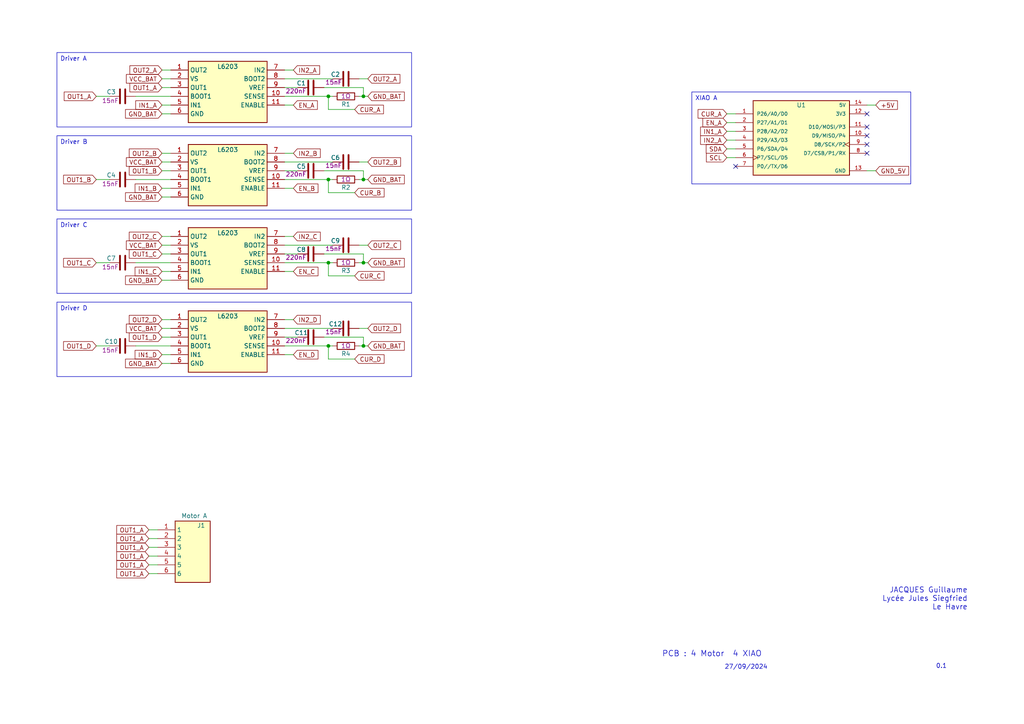
<source format=kicad_sch>
(kicad_sch (version 20231120) (generator "eeschema") (generator_version "8.0")
  (paper "A4")
  (lib_symbols
    (symbol "6header_angle:22-28-8063"
      (property "Reference" "J" (at 16.51 7.62 0))
      (property "Value" "22-28-8063" (at 16.51 5.08 0))
      (symbol "22-28-8063_1_1"
        (rectangle (start 5.08 2.54) (end 15.24 -15.24) (stroke (width 0.254)) (fill (type background)))
        (pin passive line (at 0 0 0) (length 5.08) (name "1") (number "1"))
        (pin passive line (at 0 -2.54 0) (length 5.08) (name "2") (number "2"))
        (pin passive line (at 0 -5.08 0) (length 5.08) (name "3") (number "3"))
        (pin passive line (at 0 -7.62 0) (length 5.08) (name "4") (number "4"))
        (pin passive line (at 0 -10.16 0) (length 5.08) (name "5") (number "5"))
        (pin passive line (at 0 -12.7 0) (length 5.08) (name "6") (number "6"))
      )
    )
    (symbol "Device:C" (pin_numbers hide) (pin_names (offset 0.254))
      (property "Reference" "C" (at 0.635 2.54 0))
      (property "Value" "C" (at 0.635 -2.54 0))
      (symbol "C_0_1"
        (polyline (pts (xy -2.032 -0.762) (xy 2.032 -0.762)) (stroke (width 0.508)))
        (polyline (pts (xy -2.032 0.762) (xy 2.032 0.762)) (stroke (width 0.508)))
      )
      (symbol "C_1_1"
        (pin passive line (at 0 3.81 270) (length 2.794) (name "~") (number "1"))
        (pin passive line (at 0 -3.81 90) (length 2.794) (name "~") (number "2"))
      )
    )
    (symbol "Device:R" (pin_numbers hide) (pin_names (offset 0))
      (property "Reference" "R" (at 2.032 0 90))
      (property "Value" "R" (at 0 0 90))
      (symbol "R_0_1"
        (rectangle (start -1.016 -2.54) (end 1.016 2.54) (stroke (width 0.254)))
      )
      (symbol "R_1_1"
        (pin passive line (at 0 3.81 270) (length 1.27) (name "~") (number "1"))
        (pin passive line (at 0 -3.81 90) (length 1.27) (name "~") (number "2"))
      )
    )
    (symbol "L6203:L6203"
      (property "Reference" "IC" (at 29.21 7.62 0))
      (property "Value" "L6203" (at 29.21 5.08 0))
      (symbol "L6203_1_1"
        (rectangle (start 5.08 2.54) (end 27.94 -15.24) (stroke (width 0.254)) (fill (type background)))
        (pin passive line (at 0 0 0) (length 5.08) (name "OUT2") (number "1"))
        (pin passive line (at 33.02 -7.62 180) (length 5.08) (name "SENSE") (number "10"))
        (pin passive line (at 33.02 -10.16 180) (length 5.08) (name "ENABLE") (number "11"))
        (pin passive line (at 0 -2.54 0) (length 5.08) (name "VS") (number "2"))
        (pin passive line (at 0 -5.08 0) (length 5.08) (name "OUT1") (number "3"))
        (pin passive line (at 0 -7.62 0) (length 5.08) (name "BOOT1") (number "4"))
        (pin passive line (at 0 -10.16 0) (length 5.08) (name "IN1") (number "5"))
        (pin passive line (at 0 -12.7 0) (length 5.08) (name "GND") (number "6"))
        (pin passive line (at 33.02 0 180) (length 5.08) (name "IN2") (number "7"))
        (pin passive line (at 33.02 -2.54 180) (length 5.08) (name "BOOT2") (number "8"))
        (pin passive line (at 33.02 -5.08 180) (length 5.08) (name "VREF") (number "9"))
      )
    )
    (symbol "XIAO_RP2040:102010428" (pin_names (offset 1.016))
      (property "Reference" "U" (at -1.778 11.938 0))
      (property "Value" "102010428" (at -5.334 -12.446 0))
      (symbol "102010428_0_0"
        (rectangle (start -13.97 11.43) (end 13.97 -10.16) (stroke (width 0.254)) (fill (type background)))
        (pin bidirectional line (at -19.05 7.62 0) (length 5.08) (name "P26/A0/D0") (number "1"))
        (pin bidirectional line (at 19.05 1.27 180) (length 5.08) (name "D9/MISO/P4") (number "10"))
        (pin bidirectional line (at 19.05 3.81 180) (length 5.08) (name "D10/MOSI/P3") (number "11"))
        (pin power_in line (at 19.05 7.62 180) (length 5.08) (name "3V3") (number "12"))
        (pin power_in line (at 19.05 -8.89 180) (length 5.08) (name "GND") (number "13"))
        (pin power_in line (at 19.05 10.16 180) (length 5.08) (name "5V") (number "14"))
        (pin bidirectional line (at -19.05 5.08 0) (length 5.08) (name "P27/A1/D1") (number "2"))
        (pin bidirectional line (at -19.05 2.54 0) (length 5.08) (name "P28/A2/D2") (number "3"))
        (pin bidirectional line (at -19.05 0 0) (length 5.08) (name "P29/A3/D3") (number "4"))
        (pin bidirectional line (at -19.05 -2.54 0) (length 5.08) (name "P6/SDA/D4") (number "5"))
        (pin bidirectional clock (at -19.05 -5.08 0) (length 5.08) (name "P7/SCL/D5") (number "6"))
        (pin bidirectional line (at -19.05 -7.62 0) (length 5.08) (name "P0//TX/D6") (number "7"))
        (pin bidirectional line (at 19.05 -3.81 180) (length 5.08) (name "D7/CSB/P1/RX") (number "8"))
        (pin bidirectional clock (at 19.05 -1.27 180) (length 5.08) (name "D8/SCK/P2") (number "9"))
      )
    )
  )
  (junction (at 105.41 76.2))
  (junction (at 105.41 100.33))
  (junction (at 105.41 52.07))
  (junction (at 95.25 27.94))
  (junction (at 95.25 100.33))
  (junction (at 95.25 52.07))
  (junction (at 95.25 76.2))
  (junction (at 105.41 27.94))
  (no_connect (at 213.36 48.26))
  (no_connect (at 251.46 39.37))
  (no_connect (at 251.46 44.45))
  (no_connect (at 251.46 36.83))
  (no_connect (at 251.46 33.02))
  (no_connect (at 251.46 41.91))
  (wire (pts (xy 46.99 46.99) (xy 49.53 46.99)))
  (wire (pts (xy 82.55 22.86) (xy 96.52 22.86)))
  (wire (pts (xy 46.99 25.4) (xy 49.53 25.4)))
  (wire (pts (xy 82.55 71.12) (xy 96.52 71.12)))
  (wire (pts (xy 105.41 76.2) (xy 106.68 76.2)))
  (wire (pts (xy 95.25 80.01) (xy 95.25 76.2)))
  (wire (pts (xy 46.99 71.12) (xy 49.53 71.12)))
  (wire (pts (xy 105.41 97.79) (xy 105.41 100.33)))
  (wire (pts (xy 43.18 158.75) (xy 45.72 158.75)))
  (wire (pts (xy 104.14 27.94) (xy 105.41 27.94)))
  (wire (pts (xy 39.37 27.94) (xy 49.53 27.94)))
  (wire (pts (xy 93.98 25.4) (xy 105.41 25.4)))
  (wire (pts (xy 210.82 43.18) (xy 213.36 43.18)))
  (wire (pts (xy 27.94 100.33) (xy 31.75 100.33)))
  (wire (pts (xy 104.14 22.86) (xy 106.68 22.86)))
  (wire (pts (xy 82.55 95.25) (xy 96.52 95.25)))
  (wire (pts (xy 93.98 97.79) (xy 105.41 97.79)))
  (wire (pts (xy 105.41 25.4) (xy 105.41 27.94)))
  (wire (pts (xy 104.14 71.12) (xy 106.68 71.12)))
  (wire (pts (xy 46.99 78.74) (xy 49.53 78.74)))
  (wire (pts (xy 82.55 73.66) (xy 86.36 73.66)))
  (wire (pts (xy 46.99 22.86) (xy 49.53 22.86)))
  (wire (pts (xy 105.41 49.53) (xy 105.41 52.07)))
  (wire (pts (xy 102.87 104.14) (xy 95.25 104.14)))
  (wire (pts (xy 39.37 76.2) (xy 49.53 76.2)))
  (wire (pts (xy 82.55 30.48) (xy 85.09 30.48)))
  (wire (pts (xy 82.55 27.94) (xy 95.25 27.94)))
  (wire (pts (xy 210.82 33.02) (xy 213.36 33.02)))
  (wire (pts (xy 39.37 52.07) (xy 49.53 52.07)))
  (wire (pts (xy 46.99 105.41) (xy 49.53 105.41)))
  (wire (pts (xy 105.41 100.33) (xy 106.68 100.33)))
  (wire (pts (xy 82.55 92.71) (xy 85.09 92.71)))
  (wire (pts (xy 46.99 95.25) (xy 49.53 95.25)))
  (wire (pts (xy 210.82 38.1) (xy 213.36 38.1)))
  (wire (pts (xy 102.87 80.01) (xy 95.25 80.01)))
  (wire (pts (xy 82.55 68.58) (xy 85.09 68.58)))
  (wire (pts (xy 82.55 78.74) (xy 85.09 78.74)))
  (wire (pts (xy 95.25 76.2) (xy 96.52 76.2)))
  (wire (pts (xy 43.18 153.67) (xy 45.72 153.67)))
  (wire (pts (xy 46.99 102.87) (xy 49.53 102.87)))
  (wire (pts (xy 102.87 31.75) (xy 95.25 31.75)))
  (wire (pts (xy 210.82 35.56) (xy 213.36 35.56)))
  (wire (pts (xy 46.99 73.66) (xy 49.53 73.66)))
  (wire (pts (xy 104.14 100.33) (xy 105.41 100.33)))
  (wire (pts (xy 95.25 27.94) (xy 96.52 27.94)))
  (wire (pts (xy 93.98 49.53) (xy 105.41 49.53)))
  (wire (pts (xy 102.87 55.88) (xy 95.25 55.88)))
  (wire (pts (xy 46.99 30.48) (xy 49.53 30.48)))
  (wire (pts (xy 46.99 92.71) (xy 49.53 92.71)))
  (wire (pts (xy 82.55 102.87) (xy 85.09 102.87)))
  (wire (pts (xy 95.25 100.33) (xy 96.52 100.33)))
  (wire (pts (xy 105.41 27.94) (xy 106.68 27.94)))
  (wire (pts (xy 82.55 44.45) (xy 85.09 44.45)))
  (wire (pts (xy 104.14 46.99) (xy 106.68 46.99)))
  (wire (pts (xy 46.99 33.02) (xy 49.53 33.02)))
  (wire (pts (xy 82.55 54.61) (xy 85.09 54.61)))
  (wire (pts (xy 93.98 73.66) (xy 105.41 73.66)))
  (wire (pts (xy 43.18 161.29) (xy 45.72 161.29)))
  (wire (pts (xy 95.25 52.07) (xy 96.52 52.07)))
  (wire (pts (xy 46.99 20.32) (xy 49.53 20.32)))
  (wire (pts (xy 39.37 100.33) (xy 49.53 100.33)))
  (wire (pts (xy 82.55 49.53) (xy 86.36 49.53)))
  (wire (pts (xy 104.14 76.2) (xy 105.41 76.2)))
  (wire (pts (xy 251.46 30.48) (xy 254 30.48)))
  (wire (pts (xy 46.99 44.45) (xy 49.53 44.45)))
  (wire (pts (xy 95.25 31.75) (xy 95.25 27.94)))
  (wire (pts (xy 82.55 97.79) (xy 86.36 97.79)))
  (wire (pts (xy 46.99 57.15) (xy 49.53 57.15)))
  (wire (pts (xy 82.55 46.99) (xy 96.52 46.99)))
  (wire (pts (xy 105.41 73.66) (xy 105.41 76.2)))
  (wire (pts (xy 27.94 27.94) (xy 31.75 27.94)))
  (wire (pts (xy 210.82 40.64) (xy 213.36 40.64)))
  (wire (pts (xy 251.46 49.53) (xy 254 49.53)))
  (wire (pts (xy 105.41 52.07) (xy 106.68 52.07)))
  (wire (pts (xy 95.25 104.14) (xy 95.25 100.33)))
  (wire (pts (xy 82.55 52.07) (xy 95.25 52.07)))
  (wire (pts (xy 210.82 45.72) (xy 213.36 45.72)))
  (wire (pts (xy 104.14 52.07) (xy 105.41 52.07)))
  (wire (pts (xy 46.99 54.61) (xy 49.53 54.61)))
  (wire (pts (xy 46.99 81.28) (xy 49.53 81.28)))
  (wire (pts (xy 46.99 97.79) (xy 49.53 97.79)))
  (wire (pts (xy 27.94 76.2) (xy 31.75 76.2)))
  (wire (pts (xy 82.55 76.2) (xy 95.25 76.2)))
  (wire (pts (xy 46.99 49.53) (xy 49.53 49.53)))
  (wire (pts (xy 82.55 100.33) (xy 95.25 100.33)))
  (wire (pts (xy 27.94 52.07) (xy 31.75 52.07)))
  (wire (pts (xy 43.18 156.21) (xy 45.72 156.21)))
  (wire (pts (xy 104.14 95.25) (xy 106.68 95.25)))
  (wire (pts (xy 43.18 166.37) (xy 45.72 166.37)))
  (wire (pts (xy 82.55 20.32) (xy 85.09 20.32)))
  (wire (pts (xy 95.25 55.88) (xy 95.25 52.07)))
  (wire (pts (xy 82.55 25.4) (xy 86.36 25.4)))
  (wire (pts (xy 43.18 163.83) (xy 45.72 163.83)))
  (wire (pts (xy 46.99 68.58) (xy 49.53 68.58)))
  (text_box "Driver C" (at 16.51 63.5 0) (size 102.87 21.59) (effects (font (size 1.27 1.27)) (justify left top)))
  (text_box "Driver B" (at 16.51 39.37 0) (size 102.87 21.59) (effects (font (size 1.27 1.27)) (justify left top)))
  (text_box "Driver D" (at 16.51 87.63 0) (size 102.87 21.59) (effects (font (size 1.27 1.27)) (justify left top)))
  (text_box "Driver A" (at 16.51 15.24 0) (size 102.87 21.59) (effects (font (size 1.27 1.27)) (justify left top)))
  (text_box "XIAO A" (at 200.66 26.67 0) (size 63.5 26.67) (effects (font (size 1.27 1.27)) (justify left top)))
  (text "0.1" (at 273.05 193.294 0) (effects (font (size 1.27 1.27))))
  (text "JACQUES Guillaume\nLycée Jules Siegfried\nLe Havre" (at 280.67 173.736 0) (effects (font (size 1.524 1.524)) (justify right)))
  (text "PCB : 4 Motor  4 XIAO" (at 206.502 189.738 0) (effects (font (size 1.651 1.651))))
  (text "27/09/2024" (at 216.408 193.548 0) (effects (font (size 1.27 1.27))))
  (global_label "+5V" (shape input) (at 254 30.48 0) (property "Intersheetrefs" "${INTERSHEET_REFS}" (effects (hide yes))))
  (global_label "EN_A" (shape input) (at 85.09 30.48 0) (property "Intersheetrefs" "${INTERSHEET_REFS}" (effects (hide yes))))
  (global_label "OUT1_C" (shape input) (at 46.99 73.66 180) (property "Intersheetrefs" "${INTERSHEET_REFS}" (effects (hide yes))))
  (global_label "CUR_A" (shape input) (at 102.87 31.75 0) (property "Intersheetrefs" "${INTERSHEET_REFS}" (effects (hide yes))))
  (global_label "EN_C" (shape input) (at 85.09 78.74 0) (property "Intersheetrefs" "${INTERSHEET_REFS}" (effects (hide yes))))
  (global_label "CUR_A" (shape input) (at 210.82 33.02 180) (property "Intersheetrefs" "${INTERSHEET_REFS}" (effects (hide yes))))
  (global_label "SDA" (shape input) (at 210.82 43.18 180) (property "Intersheetrefs" "${INTERSHEET_REFS}" (effects (hide yes))))
  (global_label "OUT1_A" (shape input) (at 43.18 163.83 180) (property "Intersheetrefs" "${INTERSHEET_REFS}" (effects (hide yes))))
  (global_label "OUT1_A" (shape input) (at 43.18 158.75 180) (property "Intersheetrefs" "${INTERSHEET_REFS}" (effects (hide yes))))
  (global_label "OUT2_C" (shape input) (at 106.68 71.12 0) (property "Intersheetrefs" "${INTERSHEET_REFS}" (effects (hide yes))))
  (global_label "OUT2_B" (shape input) (at 106.68 46.99 0) (property "Intersheetrefs" "${INTERSHEET_REFS}" (effects (hide yes))))
  (global_label "OUT2_B" (shape input) (at 46.99 44.45 180) (property "Intersheetrefs" "${INTERSHEET_REFS}" (effects (hide yes))))
  (global_label "IN1_B" (shape input) (at 46.99 54.61 180) (property "Intersheetrefs" "${INTERSHEET_REFS}" (effects (hide yes))))
  (global_label "OUT2_D" (shape input) (at 106.68 95.25 0) (property "Intersheetrefs" "${INTERSHEET_REFS}" (effects (hide yes))))
  (global_label "GND_BAT" (shape input) (at 106.68 27.94 0) (property "Intersheetrefs" "${INTERSHEET_REFS}" (effects (hide yes))))
  (global_label "GND_5V" (shape input) (at 254 49.53 0) (property "Intersheetrefs" "${INTERSHEET_REFS}" (effects (hide yes))))
  (global_label "VCC_BAT" (shape input) (at 46.99 22.86 180) (property "Intersheetrefs" "${INTERSHEET_REFS}" (effects (hide yes))))
  (global_label "OUT1_C" (shape input) (at 27.94 76.2 180) (property "Intersheetrefs" "${INTERSHEET_REFS}" (effects (hide yes))))
  (global_label "OUT1_A" (shape input) (at 43.18 166.37 180) (property "Intersheetrefs" "${INTERSHEET_REFS}" (effects (hide yes))))
  (global_label "GND_BAT" (shape input) (at 106.68 76.2 0) (property "Intersheetrefs" "${INTERSHEET_REFS}" (effects (hide yes))))
  (global_label "GND_BAT" (shape input) (at 46.99 105.41 180) (property "Intersheetrefs" "${INTERSHEET_REFS}" (effects (hide yes))))
  (global_label "OUT1_A" (shape input) (at 46.99 25.4 180) (property "Intersheetrefs" "${INTERSHEET_REFS}" (effects (hide yes))))
  (global_label "CUR_D" (shape input) (at 102.87 104.14 0) (property "Intersheetrefs" "${INTERSHEET_REFS}" (effects (hide yes))))
  (global_label "IN1_C" (shape input) (at 46.99 78.74 180) (property "Intersheetrefs" "${INTERSHEET_REFS}" (effects (hide yes))))
  (global_label "OUT1_B" (shape input) (at 27.94 52.07 180) (property "Intersheetrefs" "${INTERSHEET_REFS}" (effects (hide yes))))
  (global_label "OUT1_D" (shape input) (at 27.94 100.33 180) (property "Intersheetrefs" "${INTERSHEET_REFS}" (effects (hide yes))))
  (global_label "OUT1_A" (shape input) (at 43.18 153.67 180) (property "Intersheetrefs" "${INTERSHEET_REFS}" (effects (hide yes))))
  (global_label "EN_B" (shape input) (at 85.09 54.61 0) (property "Intersheetrefs" "${INTERSHEET_REFS}" (effects (hide yes))))
  (global_label "OUT2_A" (shape input) (at 106.68 22.86 0) (property "Intersheetrefs" "${INTERSHEET_REFS}" (effects (hide yes))))
  (global_label "IN2_D" (shape input) (at 85.09 92.71 0) (property "Intersheetrefs" "${INTERSHEET_REFS}" (effects (hide yes))))
  (global_label "OUT1_A" (shape input) (at 43.18 161.29 180) (property "Intersheetrefs" "${INTERSHEET_REFS}" (effects (hide yes))))
  (global_label "OUT2_C" (shape input) (at 46.99 68.58 180) (property "Intersheetrefs" "${INTERSHEET_REFS}" (effects (hide yes))))
  (global_label "OUT1_B" (shape input) (at 46.99 49.53 180) (property "Intersheetrefs" "${INTERSHEET_REFS}" (effects (hide yes))))
  (global_label "GND_BAT" (shape input) (at 106.68 52.07 0) (property "Intersheetrefs" "${INTERSHEET_REFS}" (effects (hide yes))))
  (global_label "OUT1_A" (shape input) (at 43.18 156.21 180) (property "Intersheetrefs" "${INTERSHEET_REFS}" (effects (hide yes))))
  (global_label "EN_D" (shape input) (at 85.09 102.87 0) (property "Intersheetrefs" "${INTERSHEET_REFS}" (effects (hide yes))))
  (global_label "GND_BAT" (shape input) (at 46.99 57.15 180) (property "Intersheetrefs" "${INTERSHEET_REFS}" (effects (hide yes))))
  (global_label "GND_BAT" (shape input) (at 46.99 81.28 180) (property "Intersheetrefs" "${INTERSHEET_REFS}" (effects (hide yes))))
  (global_label "OUT2_D" (shape input) (at 46.99 92.71 180) (property "Intersheetrefs" "${INTERSHEET_REFS}" (effects (hide yes))))
  (global_label "IN2_B" (shape input) (at 85.09 44.45 0) (property "Intersheetrefs" "${INTERSHEET_REFS}" (effects (hide yes))))
  (global_label "IN1_A" (shape input) (at 210.82 38.1 180) (property "Intersheetrefs" "${INTERSHEET_REFS}" (effects (hide yes))))
  (global_label "GND_BAT" (shape input) (at 46.99 33.02 180) (property "Intersheetrefs" "${INTERSHEET_REFS}" (effects (hide yes))))
  (global_label "OUT2_A" (shape input) (at 46.99 20.32 180) (property "Intersheetrefs" "${INTERSHEET_REFS}" (effects (hide yes))))
  (global_label "VCC_BAT" (shape input) (at 46.99 95.25 180) (property "Intersheetrefs" "${INTERSHEET_REFS}" (effects (hide yes))))
  (global_label "CUR_B" (shape input) (at 102.87 55.88 0) (property "Intersheetrefs" "${INTERSHEET_REFS}" (effects (hide yes))))
  (global_label "CUR_C" (shape input) (at 102.87 80.01 0) (property "Intersheetrefs" "${INTERSHEET_REFS}" (effects (hide yes))))
  (global_label "IN1_A" (shape input) (at 46.99 30.48 180) (property "Intersheetrefs" "${INTERSHEET_REFS}" (effects (hide yes))))
  (global_label "IN1_D" (shape input) (at 46.99 102.87 180) (property "Intersheetrefs" "${INTERSHEET_REFS}" (effects (hide yes))))
  (global_label "VCC_BAT" (shape input) (at 46.99 46.99 180) (property "Intersheetrefs" "${INTERSHEET_REFS}" (effects (hide yes))))
  (global_label "GND_BAT" (shape input) (at 106.68 100.33 0) (property "Intersheetrefs" "${INTERSHEET_REFS}" (effects (hide yes))))
  (global_label "IN2_A" (shape input) (at 210.82 40.64 180) (property "Intersheetrefs" "${INTERSHEET_REFS}" (effects (hide yes))))
  (global_label "OUT1_A" (shape input) (at 27.94 27.94 180) (property "Intersheetrefs" "${INTERSHEET_REFS}" (effects (hide yes))))
  (global_label "IN2_A" (shape input) (at 85.09 20.32 0) (property "Intersheetrefs" "${INTERSHEET_REFS}" (effects (hide yes))))
  (global_label "IN2_C" (shape input) (at 85.09 68.58 0) (property "Intersheetrefs" "${INTERSHEET_REFS}" (effects (hide yes))))
  (global_label "VCC_BAT" (shape input) (at 46.99 71.12 180) (property "Intersheetrefs" "${INTERSHEET_REFS}" (effects (hide yes))))
  (global_label "EN_A" (shape input) (at 210.82 35.56 180) (property "Intersheetrefs" "${INTERSHEET_REFS}" (effects (hide yes))))
  (global_label "OUT1_D" (shape input) (at 46.99 97.79 180) (property "Intersheetrefs" "${INTERSHEET_REFS}" (effects (hide yes))))
  (global_label "SCL" (shape input) (at 210.82 45.72 180) (property "Intersheetrefs" "${INTERSHEET_REFS}" (effects (hide yes))))
  (symbol (lib_id "Device:C") (at 100.33 46.99 90) (unit 1)
    (property "Reference" "C6" (at 97.282 45.72 90))
    (property "Value" "C" (effects (hide yes)))
    (property "Datasheet" "15nF" (at 96.774 48.006 90))
    (property "Description" "Unpolarized capacitor" (effects (hide yes)))
  )
  (symbol (lib_id "Device:C") (at 100.33 95.25 90) (unit 1)
    (property "Reference" "C12" (at 97.282 93.98 90))
    (property "Value" "C" (effects (hide yes)))
    (property "Datasheet" "15nF" (at 96.774 96.266 90))
    (property "Description" "Unpolarized capacitor" (effects (hide yes)))
  )
  (symbol (lib_id "Device:C") (at 100.33 22.86 90) (unit 1)
    (property "Reference" "C2" (at 97.282 21.59 90))
    (property "Value" "C" (effects (hide yes)))
    (property "Datasheet" "15nF" (at 96.774 23.876 90))
    (property "Description" "Unpolarized capacitor" (effects (hide yes)))
  )
  (symbol (lib_id "Device:C") (at 100.33 71.12 90) (unit 1)
    (property "Reference" "C9" (at 97.282 69.85 90))
    (property "Value" "C" (effects (hide yes)))
    (property "Datasheet" "15nF" (at 96.774 72.136 90))
    (property "Description" "Unpolarized capacitor" (effects (hide yes)))
  )
  (symbol (lib_id "Device:C") (at 35.56 100.33 90) (unit 1)
    (property "Reference" "C10" (at 32.258 99.06 90))
    (property "Value" "C" (effects (hide yes)))
    (property "Datasheet" "15nF" (at 32.004 101.6 90))
    (property "Description" "Unpolarized capacitor" (effects (hide yes)))
  )
  (symbol (lib_id "L6203:L6203") (at 49.53 68.58 0) (unit 1)
    (property "Reference" "IC3" (effects (hide yes)))
    (property "Value" "L6203" (at 66.04 67.564 0))
    (property "Footprint" "TO170P500X1960X2210-11P" (effects (hide yes)))
    (property "Datasheet" "https://datasheet.lcsc.com/szlcsc/STMicroelectronics-L6203_C34306.pdf" (effects (hide yes)))
    (property "Description" "Full Bridge Motor Driver 36V 11-Pin(11+Tab) MULTIWATT V Tube" (effects (hide yes)))
    (property "Height" "5" (effects (hide yes)))
    (property "Manufacturer_Name" "STMicroelectronics" (effects (hide yes)))
    (property "Manufacturer_Part_Number" "L6203" (effects (hide yes)))
  )
  (symbol (lib_id "Device:C") (at 90.17 25.4 90) (unit 1)
    (property "Reference" "C1" (at 87.376 24.13 90))
    (property "Value" "C" (effects (hide yes)))
    (property "Datasheet" "220nF" (at 85.852 26.416 90))
    (property "Description" "Unpolarized capacitor" (effects (hide yes)))
  )
  (symbol (lib_id "Device:C") (at 90.17 49.53 90) (unit 1)
    (property "Reference" "C5" (at 87.376 48.26 90))
    (property "Value" "C" (effects (hide yes)))
    (property "Datasheet" "220nF" (at 85.852 50.546 90))
    (property "Description" "Unpolarized capacitor" (effects (hide yes)))
  )
  (symbol (lib_id "Device:R") (at 100.33 27.94 90) (unit 1)
    (property "Reference" "R1" (at 100.33 30.226 90))
    (property "Value" "R" (effects (hide yes)))
    (property "Datasheet" "1Ω" (at 100.33 27.94 90))
    (property "Description" "Resistor" (effects (hide yes)))
  )
  (symbol (lib_id "L6203:L6203") (at 49.53 44.45 0) (unit 1)
    (property "Reference" "IC2" (effects (hide yes)))
    (property "Value" "L6203" (at 66.04 43.434 0))
    (property "Footprint" "TO170P500X1960X2210-11P" (effects (hide yes)))
    (property "Datasheet" "https://datasheet.lcsc.com/szlcsc/STMicroelectronics-L6203_C34306.pdf" (effects (hide yes)))
    (property "Description" "Full Bridge Motor Driver 36V 11-Pin(11+Tab) MULTIWATT V Tube" (effects (hide yes)))
    (property "Height" "5" (effects (hide yes)))
    (property "Manufacturer_Name" "STMicroelectronics" (effects (hide yes)))
    (property "Manufacturer_Part_Number" "L6203" (effects (hide yes)))
  )
  (symbol (lib_id "L6203:L6203") (at 49.53 20.32 0) (unit 1)
    (property "Reference" "IC1" (effects (hide yes)))
    (property "Value" "L6203" (at 66.04 19.304 0))
    (property "Footprint" "TO170P500X1960X2210-11P" (effects (hide yes)))
    (property "Datasheet" "https://datasheet.lcsc.com/szlcsc/STMicroelectronics-L6203_C34306.pdf" (effects (hide yes)))
    (property "Description" "Full Bridge Motor Driver 36V 11-Pin(11+Tab) MULTIWATT V Tube" (effects (hide yes)))
    (property "Height" "5" (effects (hide yes)))
    (property "Manufacturer_Name" "STMicroelectronics" (effects (hide yes)))
    (property "Manufacturer_Part_Number" "L6203" (effects (hide yes)))
  )
  (symbol (lib_id "Device:R") (at 100.33 100.33 90) (unit 1)
    (property "Reference" "R4" (at 100.33 102.616 90))
    (property "Value" "R" (effects (hide yes)))
    (property "Datasheet" "1Ω" (at 100.33 100.33 90))
    (property "Description" "Resistor" (effects (hide yes)))
  )
  (symbol (lib_id "Device:C") (at 35.56 52.07 90) (unit 1)
    (property "Reference" "C4" (at 32.258 50.8 90))
    (property "Value" "C" (effects (hide yes)))
    (property "Datasheet" "15nF" (at 32.004 53.34 90))
    (property "Description" "Unpolarized capacitor" (effects (hide yes)))
  )
  (symbol (lib_id "Device:C") (at 35.56 76.2 90) (unit 1)
    (property "Reference" "C7" (at 32.258 74.93 90))
    (property "Value" "C" (effects (hide yes)))
    (property "Datasheet" "15nF" (at 32.004 77.47 90))
    (property "Description" "Unpolarized capacitor" (effects (hide yes)))
  )
  (symbol (lib_id "Device:C") (at 90.17 73.66 90) (unit 1)
    (property "Reference" "C8" (at 87.376 72.39 90))
    (property "Value" "C" (effects (hide yes)))
    (property "Datasheet" "220nF" (at 85.852 74.676 90))
    (property "Description" "Unpolarized capacitor" (effects (hide yes)))
  )
  (symbol (lib_id "XIAO_RP2040:102010428") (at 232.41 40.64 0) (unit 1)
    (property "Reference" "U1" (at 232.41 30.48 0))
    (property "Value" "102010428" (effects (hide yes)))
    (property "Footprint" "102010428:MODULE_102010428" (effects (hide yes)))
    (property "DigiKey_Part_Number" "1597-102010428-ND" (effects (hide yes)))
    (property "MF" "Seeed Technology Co., Ltd" (effects (hide yes)))
    (property "MAXIMUM_PACKAGE_HEIGHT" "N/A" (effects (hide yes)))
    (property "Package" "None" (effects (hide yes)))
    (property "Check_prices" "https://www.snapeda.com/parts/102010428/Seeed+Technology+Co.%252C+Ltd/view-part/?ref=eda" (effects (hide yes)))
    (property "STANDARD" "Manufacturer Recommendations" (effects (hide yes)))
    (property "PARTREV" "1.3" (effects (hide yes)))
    (property "SnapEDA_Link" "https://www.snapeda.com/parts/102010428/Seeed+Technology+Co.%252C+Ltd/view-part/?ref=snap" (effects (hide yes)))
    (property "MP" "102010428" (effects (hide yes)))
    (property "Purchase-URL" "https://www.snapeda.com/api/url_track_click_mouser/?unipart_id=6588972&manufacturer=Seeed Technology Co., Ltd&part_name=102010428&search_term=xiao rp2040" (effects (hide yes)))
    (property "Description_1" "\nRP2040 XIAO RP2040 series ARM® Cortex®-M0+ MCU 32-Bit Embedded Evaluation Board\n" (effects (hide yes)))
    (property "MANUFACTURER" "Seeedstudio" (effects (hide yes)))
  )
  (symbol (lib_id "6header_angle:22-28-8063") (at 45.72 153.67 0) (unit 1)
    (property "Reference" "J1" (at 57.15 152.4 0) (effects (justify left)))
    (property "Value" "Motor A" (at 52.578 149.606 0) (effects (justify left)))
    (property "Footprint" "HDRRA6W66P0X254_1X6_1524X229X249P" (effects (hide yes)))
    (property "Datasheet" "https://componentsearchengine.com/Datasheets/2/22-28-8063.pdf" (effects (hide yes)))
    (property "Description" "Headers & Wire Housings 2.54MM BREAKAWAY RA 6 CKT Gold" (effects (hide yes)))
    (property "Height" "2.49" (effects (hide yes)))
    (property "Manufacturer_Name" "Molex" (effects (hide yes)))
    (property "Manufacturer_Part_Number" "22-28-8063" (effects (hide yes)))
  )
  (symbol (lib_id "Device:R") (at 100.33 76.2 90) (unit 1)
    (property "Reference" "R3" (at 100.33 78.486 90))
    (property "Value" "R" (effects (hide yes)))
    (property "Datasheet" "1Ω" (at 100.33 76.2 90))
    (property "Description" "Resistor" (effects (hide yes)))
  )
  (symbol (lib_id "Device:C") (at 90.17 97.79 90) (unit 1)
    (property "Reference" "C11" (at 87.376 96.52 90))
    (property "Value" "C" (effects (hide yes)))
    (property "Datasheet" "220nF" (at 85.852 98.806 90))
    (property "Description" "Unpolarized capacitor" (effects (hide yes)))
  )
  (symbol (lib_id "Device:R") (at 100.33 52.07 90) (unit 1)
    (property "Reference" "R2" (at 100.33 54.356 90))
    (property "Value" "R" (effects (hide yes)))
    (property "Datasheet" "1Ω" (at 100.33 52.07 90))
    (property "Description" "Resistor" (effects (hide yes)))
  )
  (symbol (lib_id "Device:C") (at 35.56 27.94 90) (unit 1)
    (property "Reference" "C3" (at 32.258 26.67 90))
    (property "Value" "C" (effects (hide yes)))
    (property "Datasheet" "15nF" (at 32.004 29.21 90))
    (property "Description" "Unpolarized capacitor" (effects (hide yes)))
  )
  (symbol (lib_id "L6203:L6203") (at 49.53 92.71 0) (unit 1)
    (property "Reference" "IC4" (effects (hide yes)))
    (property "Value" "L6203" (at 66.04 91.694 0))
    (property "Footprint" "TO170P500X1960X2210-11P" (effects (hide yes)))
    (property "Datasheet" "https://datasheet.lcsc.com/szlcsc/STMicroelectronics-L6203_C34306.pdf" (effects (hide yes)))
    (property "Description" "Full Bridge Motor Driver 36V 11-Pin(11+Tab) MULTIWATT V Tube" (effects (hide yes)))
    (property "Height" "5" (effects (hide yes)))
    (property "Manufacturer_Name" "STMicroelectronics" (effects (hide yes)))
    (property "Manufacturer_Part_Number" "L6203" (effects (hide yes)))
  )
)
</source>
